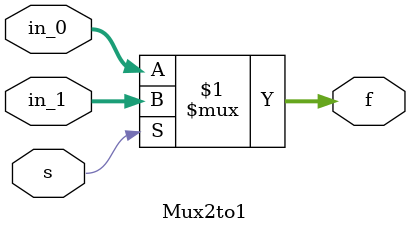
<source format=v>
`timescale 1ns / 1ps


module Mux2to1 #(parameter WIDTH = 32)(
    input [WIDTH-1:0] in_0,
    input [WIDTH-1:0] in_1,
    input s,
    output [WIDTH-1:0] f
);
    assign f = (s ? in_1 : in_0);
endmodule


</source>
